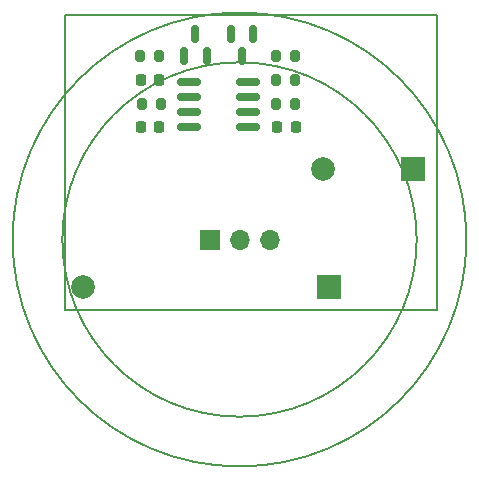
<source format=gbr>
%TF.GenerationSoftware,KiCad,Pcbnew,8.0.8*%
%TF.CreationDate,2025-02-19T12:39:33-05:00*%
%TF.ProjectId,beeping-easter-egg,62656570-696e-4672-9d65-61737465722d,rev?*%
%TF.SameCoordinates,Original*%
%TF.FileFunction,Copper,L1,Top*%
%TF.FilePolarity,Positive*%
%FSLAX46Y46*%
G04 Gerber Fmt 4.6, Leading zero omitted, Abs format (unit mm)*
G04 Created by KiCad (PCBNEW 8.0.8) date 2025-02-19 12:39:33*
%MOMM*%
%LPD*%
G01*
G04 APERTURE LIST*
G04 Aperture macros list*
%AMRoundRect*
0 Rectangle with rounded corners*
0 $1 Rounding radius*
0 $2 $3 $4 $5 $6 $7 $8 $9 X,Y pos of 4 corners*
0 Add a 4 corners polygon primitive as box body*
4,1,4,$2,$3,$4,$5,$6,$7,$8,$9,$2,$3,0*
0 Add four circle primitives for the rounded corners*
1,1,$1+$1,$2,$3*
1,1,$1+$1,$4,$5*
1,1,$1+$1,$6,$7*
1,1,$1+$1,$8,$9*
0 Add four rect primitives between the rounded corners*
20,1,$1+$1,$2,$3,$4,$5,0*
20,1,$1+$1,$4,$5,$6,$7,0*
20,1,$1+$1,$6,$7,$8,$9,0*
20,1,$1+$1,$8,$9,$2,$3,0*%
G04 Aperture macros list end*
%TA.AperFunction,NonConductor*%
%ADD10C,0.200000*%
%TD*%
%TA.AperFunction,Conductor*%
%ADD11C,0.200000*%
%TD*%
%TA.AperFunction,SMDPad,CuDef*%
%ADD12RoundRect,0.200000X-0.200000X-0.275000X0.200000X-0.275000X0.200000X0.275000X-0.200000X0.275000X0*%
%TD*%
%TA.AperFunction,ComponentPad*%
%ADD13R,2.000000X2.000000*%
%TD*%
%TA.AperFunction,ComponentPad*%
%ADD14C,2.000000*%
%TD*%
%TA.AperFunction,SMDPad,CuDef*%
%ADD15RoundRect,0.150000X0.150000X-0.587500X0.150000X0.587500X-0.150000X0.587500X-0.150000X-0.587500X0*%
%TD*%
%TA.AperFunction,SMDPad,CuDef*%
%ADD16RoundRect,0.225000X-0.225000X-0.250000X0.225000X-0.250000X0.225000X0.250000X-0.225000X0.250000X0*%
%TD*%
%TA.AperFunction,SMDPad,CuDef*%
%ADD17RoundRect,0.225000X0.225000X0.250000X-0.225000X0.250000X-0.225000X-0.250000X0.225000X-0.250000X0*%
%TD*%
%TA.AperFunction,SMDPad,CuDef*%
%ADD18RoundRect,0.150000X-0.825000X-0.150000X0.825000X-0.150000X0.825000X0.150000X-0.825000X0.150000X0*%
%TD*%
%TA.AperFunction,SMDPad,CuDef*%
%ADD19RoundRect,0.150000X-0.150000X0.587500X-0.150000X-0.587500X0.150000X-0.587500X0.150000X0.587500X0*%
%TD*%
%TA.AperFunction,ComponentPad*%
%ADD20R,1.700000X1.700000*%
%TD*%
%TA.AperFunction,ComponentPad*%
%ADD21O,1.700000X1.700000*%
%TD*%
G04 APERTURE END LIST*
D10*
X119288577Y-117000000D02*
G75*
G02*
X89288577Y-117000000I-15000000J0D01*
G01*
X89288577Y-117000000D02*
G75*
G02*
X119288577Y-117000000I15000000J0D01*
G01*
X89500000Y-98000000D02*
X121000000Y-98000000D01*
X121000000Y-123000000D01*
X89500000Y-123000000D01*
X89500000Y-98000000D01*
D11*
%TO.N,Net-(BT1--)*%
X123500000Y-117000000D02*
G75*
G02*
X85077154Y-117000000I-19211423J0D01*
G01*
X85077154Y-117000000D02*
G75*
G02*
X123500000Y-117000000I19211423J0D01*
G01*
%TD*%
D12*
%TO.P,Rpullup1,1*%
%TO.N,Net-(Q1-S)*%
X95850000Y-101500000D03*
%TO.P,Rpullup1,2*%
%TO.N,Net-(Q2-G)*%
X97500000Y-101500000D03*
%TD*%
D13*
%TO.P,BZ1,1,+*%
%TO.N,Net-(BZ1-+)*%
X119000000Y-111000000D03*
D14*
%TO.P,BZ1,2,-*%
%TO.N,Net-(BT1--)*%
X111400000Y-111000000D03*
%TD*%
D12*
%TO.P,R2,1*%
%TO.N,Net-(U1-DIS)*%
X107350000Y-105500000D03*
%TO.P,R2,2*%
%TO.N,Net-(U1-THR)*%
X109000000Y-105500000D03*
%TD*%
D15*
%TO.P,Q2,1,G*%
%TO.N,Net-(Q2-G)*%
X99600000Y-101500000D03*
%TO.P,Q2,2,S*%
%TO.N,Net-(Q1-S)*%
X101500000Y-101500000D03*
%TO.P,Q2,3,D*%
%TO.N,Net-(BZ1-+)*%
X100550000Y-99625000D03*
%TD*%
D16*
%TO.P,C2,1*%
%TO.N,Net-(U1-CV)*%
X107500000Y-107500000D03*
%TO.P,C2,2*%
%TO.N,Net-(BT1--)*%
X109050000Y-107500000D03*
%TD*%
D12*
%TO.P,Rg1,1*%
%TO.N,Net-(Q1-G)*%
X107350000Y-101500000D03*
%TO.P,Rg1,2*%
%TO.N,Net-(BT1--)*%
X109000000Y-101500000D03*
%TD*%
D17*
%TO.P,C3,1*%
%TO.N,Net-(Q1-S)*%
X97500000Y-107500000D03*
%TO.P,C3,2*%
%TO.N,Net-(BT1--)*%
X95950000Y-107500000D03*
%TD*%
%TO.P,C1,1*%
%TO.N,Net-(U1-THR)*%
X97500000Y-103500000D03*
%TO.P,C1,2*%
%TO.N,Net-(BT1--)*%
X95950000Y-103500000D03*
%TD*%
D18*
%TO.P,U1,1,GND*%
%TO.N,Net-(BT1--)*%
X100050000Y-103690000D03*
%TO.P,U1,2,TR*%
%TO.N,Net-(U1-THR)*%
X100050000Y-104960000D03*
%TO.P,U1,3,Q*%
%TO.N,Net-(U1-Q)*%
X100050000Y-106230000D03*
%TO.P,U1,4,R*%
%TO.N,Net-(Q1-S)*%
X100050000Y-107500000D03*
%TO.P,U1,5,CV*%
%TO.N,Net-(U1-CV)*%
X105000000Y-107500000D03*
%TO.P,U1,6,THR*%
%TO.N,Net-(U1-THR)*%
X105000000Y-106230000D03*
%TO.P,U1,7,DIS*%
%TO.N,Net-(U1-DIS)*%
X105000000Y-104960000D03*
%TO.P,U1,8,VCC*%
%TO.N,Net-(Q1-S)*%
X105000000Y-103690000D03*
%TD*%
D13*
%TO.P,BT1,1,+*%
%TO.N,Net-(BT1-+)*%
X111857455Y-121000000D03*
D14*
%TO.P,BT1,2,-*%
%TO.N,Net-(BT1--)*%
X91057455Y-121000000D03*
%TD*%
D12*
%TO.P,R1,1*%
%TO.N,Net-(Q1-S)*%
X107350000Y-103500000D03*
%TO.P,R1,2*%
%TO.N,Net-(U1-DIS)*%
X109000000Y-103500000D03*
%TD*%
%TO.P,Rg2,1*%
%TO.N,Net-(Q2-G)*%
X96000000Y-105500000D03*
%TO.P,Rg2,2*%
%TO.N,Net-(U1-Q)*%
X97650000Y-105500000D03*
%TD*%
D19*
%TO.P,Q1,1,G*%
%TO.N,Net-(Q1-G)*%
X105450000Y-99625000D03*
%TO.P,Q1,2,S*%
%TO.N,Net-(Q1-S)*%
X103550000Y-99625000D03*
%TO.P,Q1,3,D*%
%TO.N,Net-(Q1-D)*%
X104500000Y-101500000D03*
%TD*%
D20*
%TO.P,SW1,1,B*%
%TO.N,Net-(BT1-+)*%
X101763577Y-117000000D03*
D21*
%TO.P,SW1,2,C*%
%TO.N,unconnected-(SW1-C-Pad2)*%
X104303577Y-117000000D03*
%TO.P,SW1,3,A*%
%TO.N,Net-(Q1-D)*%
X106843577Y-117000000D03*
%TD*%
M02*

</source>
